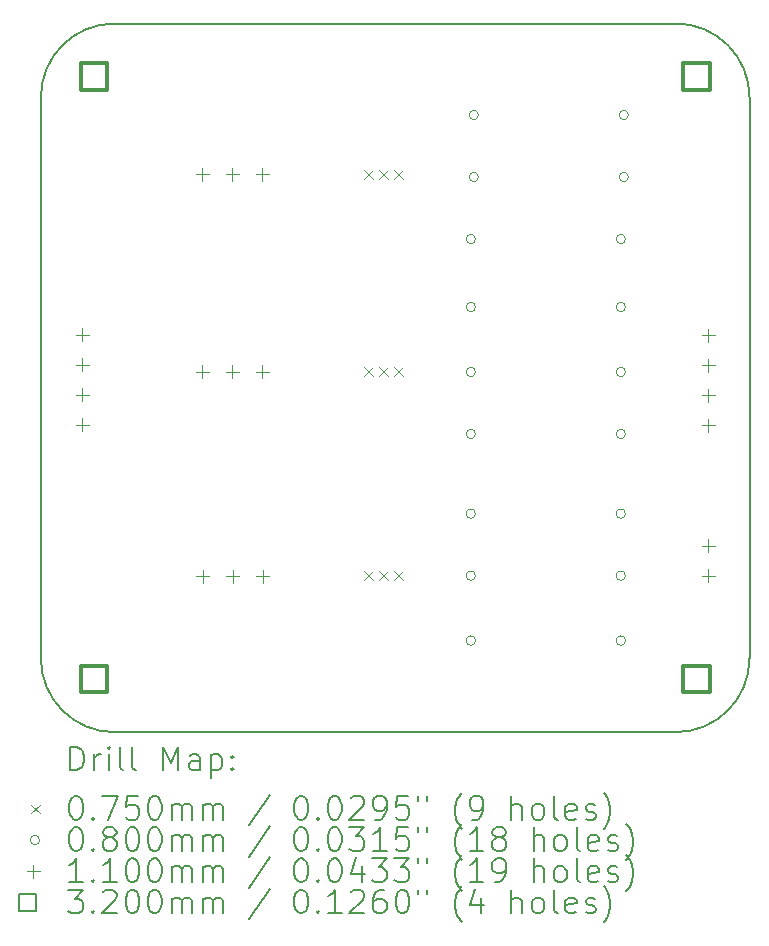
<source format=gbr>
%TF.GenerationSoftware,KiCad,Pcbnew,7.0.8*%
%TF.CreationDate,2023-11-11T13:48:34-05:00*%
%TF.ProjectId,StackLight,53746163-6b4c-4696-9768-742e6b696361,rev?*%
%TF.SameCoordinates,Original*%
%TF.FileFunction,Drillmap*%
%TF.FilePolarity,Positive*%
%FSLAX45Y45*%
G04 Gerber Fmt 4.5, Leading zero omitted, Abs format (unit mm)*
G04 Created by KiCad (PCBNEW 7.0.8) date 2023-11-11 13:48:34*
%MOMM*%
%LPD*%
G01*
G04 APERTURE LIST*
%ADD10C,0.200000*%
%ADD11C,0.075000*%
%ADD12C,0.080000*%
%ADD13C,0.110000*%
%ADD14C,0.320000*%
G04 APERTURE END LIST*
D10*
X15950000Y-12775000D02*
X11200000Y-12775000D01*
X16575000Y-7400000D02*
X16575000Y-12150000D01*
X11200000Y-6775000D02*
X15950000Y-6775000D01*
X10575000Y-12150000D02*
X10575000Y-7400000D01*
X10575000Y-12150000D02*
G75*
G03*
X11200000Y-12775000I625000J0D01*
G01*
X15950000Y-12775000D02*
G75*
G03*
X16575000Y-12150000I0J625000D01*
G01*
X16575000Y-7400000D02*
G75*
G03*
X15950000Y-6775000I-625000J0D01*
G01*
X11200000Y-6775000D02*
G75*
G03*
X10575000Y-7400000I0J-625000D01*
G01*
D11*
X13308500Y-8012500D02*
X13383500Y-8087500D01*
X13383500Y-8012500D02*
X13308500Y-8087500D01*
X13308500Y-9687500D02*
X13383500Y-9762500D01*
X13383500Y-9687500D02*
X13308500Y-9762500D01*
X13310500Y-11412500D02*
X13385500Y-11487500D01*
X13385500Y-11412500D02*
X13310500Y-11487500D01*
X13435500Y-8012500D02*
X13510500Y-8087500D01*
X13510500Y-8012500D02*
X13435500Y-8087500D01*
X13435500Y-9687500D02*
X13510500Y-9762500D01*
X13510500Y-9687500D02*
X13435500Y-9762500D01*
X13437500Y-11412500D02*
X13512500Y-11487500D01*
X13512500Y-11412500D02*
X13437500Y-11487500D01*
X13562500Y-8012500D02*
X13637500Y-8087500D01*
X13637500Y-8012500D02*
X13562500Y-8087500D01*
X13562500Y-9687500D02*
X13637500Y-9762500D01*
X13637500Y-9687500D02*
X13562500Y-9762500D01*
X13564500Y-11412500D02*
X13639500Y-11487500D01*
X13639500Y-11412500D02*
X13564500Y-11487500D01*
D12*
X14255000Y-8600000D02*
G75*
G03*
X14255000Y-8600000I-40000J0D01*
G01*
X14255000Y-9175000D02*
G75*
G03*
X14255000Y-9175000I-40000J0D01*
G01*
X14255000Y-9725000D02*
G75*
G03*
X14255000Y-9725000I-40000J0D01*
G01*
X14255000Y-10250000D02*
G75*
G03*
X14255000Y-10250000I-40000J0D01*
G01*
X14255000Y-10925000D02*
G75*
G03*
X14255000Y-10925000I-40000J0D01*
G01*
X14255000Y-11450000D02*
G75*
G03*
X14255000Y-11450000I-40000J0D01*
G01*
X14255000Y-12000000D02*
G75*
G03*
X14255000Y-12000000I-40000J0D01*
G01*
X14280000Y-7550000D02*
G75*
G03*
X14280000Y-7550000I-40000J0D01*
G01*
X14280000Y-8075000D02*
G75*
G03*
X14280000Y-8075000I-40000J0D01*
G01*
X15525000Y-8600000D02*
G75*
G03*
X15525000Y-8600000I-40000J0D01*
G01*
X15525000Y-9175000D02*
G75*
G03*
X15525000Y-9175000I-40000J0D01*
G01*
X15525000Y-9725000D02*
G75*
G03*
X15525000Y-9725000I-40000J0D01*
G01*
X15525000Y-10250000D02*
G75*
G03*
X15525000Y-10250000I-40000J0D01*
G01*
X15525000Y-10925000D02*
G75*
G03*
X15525000Y-10925000I-40000J0D01*
G01*
X15525000Y-11450000D02*
G75*
G03*
X15525000Y-11450000I-40000J0D01*
G01*
X15525000Y-12000000D02*
G75*
G03*
X15525000Y-12000000I-40000J0D01*
G01*
X15550000Y-7550000D02*
G75*
G03*
X15550000Y-7550000I-40000J0D01*
G01*
X15550000Y-8075000D02*
G75*
G03*
X15550000Y-8075000I-40000J0D01*
G01*
D13*
X10925000Y-9357000D02*
X10925000Y-9467000D01*
X10870000Y-9412000D02*
X10980000Y-9412000D01*
X10925000Y-9611000D02*
X10925000Y-9721000D01*
X10870000Y-9666000D02*
X10980000Y-9666000D01*
X10925000Y-9865000D02*
X10925000Y-9975000D01*
X10870000Y-9920000D02*
X10980000Y-9920000D01*
X10925000Y-10119000D02*
X10925000Y-10229000D01*
X10870000Y-10174000D02*
X10980000Y-10174000D01*
X11942000Y-7995000D02*
X11942000Y-8105000D01*
X11887000Y-8050000D02*
X11997000Y-8050000D01*
X11942000Y-9670000D02*
X11942000Y-9780000D01*
X11887000Y-9725000D02*
X11997000Y-9725000D01*
X11946000Y-11400500D02*
X11946000Y-11510500D01*
X11891000Y-11455500D02*
X12001000Y-11455500D01*
X12196000Y-7995000D02*
X12196000Y-8105000D01*
X12141000Y-8050000D02*
X12251000Y-8050000D01*
X12196000Y-9670000D02*
X12196000Y-9780000D01*
X12141000Y-9725000D02*
X12251000Y-9725000D01*
X12200000Y-11400500D02*
X12200000Y-11510500D01*
X12145000Y-11455500D02*
X12255000Y-11455500D01*
X12450000Y-7995000D02*
X12450000Y-8105000D01*
X12395000Y-8050000D02*
X12505000Y-8050000D01*
X12450000Y-9670000D02*
X12450000Y-9780000D01*
X12395000Y-9725000D02*
X12505000Y-9725000D01*
X12454000Y-11400500D02*
X12454000Y-11510500D01*
X12399000Y-11455500D02*
X12509000Y-11455500D01*
X16225000Y-9358000D02*
X16225000Y-9468000D01*
X16170000Y-9413000D02*
X16280000Y-9413000D01*
X16225000Y-9612000D02*
X16225000Y-9722000D01*
X16170000Y-9667000D02*
X16280000Y-9667000D01*
X16225000Y-9866000D02*
X16225000Y-9976000D01*
X16170000Y-9921000D02*
X16280000Y-9921000D01*
X16225000Y-10120000D02*
X16225000Y-10230000D01*
X16170000Y-10175000D02*
X16280000Y-10175000D01*
X16225000Y-11143000D02*
X16225000Y-11253000D01*
X16170000Y-11198000D02*
X16280000Y-11198000D01*
X16225000Y-11397000D02*
X16225000Y-11507000D01*
X16170000Y-11452000D02*
X16280000Y-11452000D01*
D14*
X11138138Y-7338138D02*
X11138138Y-7111862D01*
X10911862Y-7111862D01*
X10911862Y-7338138D01*
X11138138Y-7338138D01*
X11138138Y-12438138D02*
X11138138Y-12211862D01*
X10911862Y-12211862D01*
X10911862Y-12438138D01*
X11138138Y-12438138D01*
X16238138Y-7338138D02*
X16238138Y-7111862D01*
X16011862Y-7111862D01*
X16011862Y-7338138D01*
X16238138Y-7338138D01*
X16238138Y-12438138D02*
X16238138Y-12211862D01*
X16011862Y-12211862D01*
X16011862Y-12438138D01*
X16238138Y-12438138D01*
D10*
X10825777Y-13096484D02*
X10825777Y-12896484D01*
X10825777Y-12896484D02*
X10873396Y-12896484D01*
X10873396Y-12896484D02*
X10901967Y-12906008D01*
X10901967Y-12906008D02*
X10921015Y-12925055D01*
X10921015Y-12925055D02*
X10930539Y-12944103D01*
X10930539Y-12944103D02*
X10940063Y-12982198D01*
X10940063Y-12982198D02*
X10940063Y-13010769D01*
X10940063Y-13010769D02*
X10930539Y-13048865D01*
X10930539Y-13048865D02*
X10921015Y-13067912D01*
X10921015Y-13067912D02*
X10901967Y-13086960D01*
X10901967Y-13086960D02*
X10873396Y-13096484D01*
X10873396Y-13096484D02*
X10825777Y-13096484D01*
X11025777Y-13096484D02*
X11025777Y-12963150D01*
X11025777Y-13001246D02*
X11035301Y-12982198D01*
X11035301Y-12982198D02*
X11044824Y-12972674D01*
X11044824Y-12972674D02*
X11063872Y-12963150D01*
X11063872Y-12963150D02*
X11082920Y-12963150D01*
X11149586Y-13096484D02*
X11149586Y-12963150D01*
X11149586Y-12896484D02*
X11140063Y-12906008D01*
X11140063Y-12906008D02*
X11149586Y-12915531D01*
X11149586Y-12915531D02*
X11159110Y-12906008D01*
X11159110Y-12906008D02*
X11149586Y-12896484D01*
X11149586Y-12896484D02*
X11149586Y-12915531D01*
X11273396Y-13096484D02*
X11254348Y-13086960D01*
X11254348Y-13086960D02*
X11244824Y-13067912D01*
X11244824Y-13067912D02*
X11244824Y-12896484D01*
X11378158Y-13096484D02*
X11359110Y-13086960D01*
X11359110Y-13086960D02*
X11349586Y-13067912D01*
X11349586Y-13067912D02*
X11349586Y-12896484D01*
X11606729Y-13096484D02*
X11606729Y-12896484D01*
X11606729Y-12896484D02*
X11673396Y-13039341D01*
X11673396Y-13039341D02*
X11740062Y-12896484D01*
X11740062Y-12896484D02*
X11740062Y-13096484D01*
X11921015Y-13096484D02*
X11921015Y-12991722D01*
X11921015Y-12991722D02*
X11911491Y-12972674D01*
X11911491Y-12972674D02*
X11892443Y-12963150D01*
X11892443Y-12963150D02*
X11854348Y-12963150D01*
X11854348Y-12963150D02*
X11835301Y-12972674D01*
X11921015Y-13086960D02*
X11901967Y-13096484D01*
X11901967Y-13096484D02*
X11854348Y-13096484D01*
X11854348Y-13096484D02*
X11835301Y-13086960D01*
X11835301Y-13086960D02*
X11825777Y-13067912D01*
X11825777Y-13067912D02*
X11825777Y-13048865D01*
X11825777Y-13048865D02*
X11835301Y-13029817D01*
X11835301Y-13029817D02*
X11854348Y-13020293D01*
X11854348Y-13020293D02*
X11901967Y-13020293D01*
X11901967Y-13020293D02*
X11921015Y-13010769D01*
X12016253Y-12963150D02*
X12016253Y-13163150D01*
X12016253Y-12972674D02*
X12035301Y-12963150D01*
X12035301Y-12963150D02*
X12073396Y-12963150D01*
X12073396Y-12963150D02*
X12092443Y-12972674D01*
X12092443Y-12972674D02*
X12101967Y-12982198D01*
X12101967Y-12982198D02*
X12111491Y-13001246D01*
X12111491Y-13001246D02*
X12111491Y-13058388D01*
X12111491Y-13058388D02*
X12101967Y-13077436D01*
X12101967Y-13077436D02*
X12092443Y-13086960D01*
X12092443Y-13086960D02*
X12073396Y-13096484D01*
X12073396Y-13096484D02*
X12035301Y-13096484D01*
X12035301Y-13096484D02*
X12016253Y-13086960D01*
X12197205Y-13077436D02*
X12206729Y-13086960D01*
X12206729Y-13086960D02*
X12197205Y-13096484D01*
X12197205Y-13096484D02*
X12187682Y-13086960D01*
X12187682Y-13086960D02*
X12197205Y-13077436D01*
X12197205Y-13077436D02*
X12197205Y-13096484D01*
X12197205Y-12972674D02*
X12206729Y-12982198D01*
X12206729Y-12982198D02*
X12197205Y-12991722D01*
X12197205Y-12991722D02*
X12187682Y-12982198D01*
X12187682Y-12982198D02*
X12197205Y-12972674D01*
X12197205Y-12972674D02*
X12197205Y-12991722D01*
D11*
X10490000Y-13387500D02*
X10565000Y-13462500D01*
X10565000Y-13387500D02*
X10490000Y-13462500D01*
D10*
X10863872Y-13316484D02*
X10882920Y-13316484D01*
X10882920Y-13316484D02*
X10901967Y-13326008D01*
X10901967Y-13326008D02*
X10911491Y-13335531D01*
X10911491Y-13335531D02*
X10921015Y-13354579D01*
X10921015Y-13354579D02*
X10930539Y-13392674D01*
X10930539Y-13392674D02*
X10930539Y-13440293D01*
X10930539Y-13440293D02*
X10921015Y-13478388D01*
X10921015Y-13478388D02*
X10911491Y-13497436D01*
X10911491Y-13497436D02*
X10901967Y-13506960D01*
X10901967Y-13506960D02*
X10882920Y-13516484D01*
X10882920Y-13516484D02*
X10863872Y-13516484D01*
X10863872Y-13516484D02*
X10844824Y-13506960D01*
X10844824Y-13506960D02*
X10835301Y-13497436D01*
X10835301Y-13497436D02*
X10825777Y-13478388D01*
X10825777Y-13478388D02*
X10816253Y-13440293D01*
X10816253Y-13440293D02*
X10816253Y-13392674D01*
X10816253Y-13392674D02*
X10825777Y-13354579D01*
X10825777Y-13354579D02*
X10835301Y-13335531D01*
X10835301Y-13335531D02*
X10844824Y-13326008D01*
X10844824Y-13326008D02*
X10863872Y-13316484D01*
X11016253Y-13497436D02*
X11025777Y-13506960D01*
X11025777Y-13506960D02*
X11016253Y-13516484D01*
X11016253Y-13516484D02*
X11006729Y-13506960D01*
X11006729Y-13506960D02*
X11016253Y-13497436D01*
X11016253Y-13497436D02*
X11016253Y-13516484D01*
X11092444Y-13316484D02*
X11225777Y-13316484D01*
X11225777Y-13316484D02*
X11140063Y-13516484D01*
X11397205Y-13316484D02*
X11301967Y-13316484D01*
X11301967Y-13316484D02*
X11292443Y-13411722D01*
X11292443Y-13411722D02*
X11301967Y-13402198D01*
X11301967Y-13402198D02*
X11321015Y-13392674D01*
X11321015Y-13392674D02*
X11368634Y-13392674D01*
X11368634Y-13392674D02*
X11387682Y-13402198D01*
X11387682Y-13402198D02*
X11397205Y-13411722D01*
X11397205Y-13411722D02*
X11406729Y-13430769D01*
X11406729Y-13430769D02*
X11406729Y-13478388D01*
X11406729Y-13478388D02*
X11397205Y-13497436D01*
X11397205Y-13497436D02*
X11387682Y-13506960D01*
X11387682Y-13506960D02*
X11368634Y-13516484D01*
X11368634Y-13516484D02*
X11321015Y-13516484D01*
X11321015Y-13516484D02*
X11301967Y-13506960D01*
X11301967Y-13506960D02*
X11292443Y-13497436D01*
X11530539Y-13316484D02*
X11549586Y-13316484D01*
X11549586Y-13316484D02*
X11568634Y-13326008D01*
X11568634Y-13326008D02*
X11578158Y-13335531D01*
X11578158Y-13335531D02*
X11587682Y-13354579D01*
X11587682Y-13354579D02*
X11597205Y-13392674D01*
X11597205Y-13392674D02*
X11597205Y-13440293D01*
X11597205Y-13440293D02*
X11587682Y-13478388D01*
X11587682Y-13478388D02*
X11578158Y-13497436D01*
X11578158Y-13497436D02*
X11568634Y-13506960D01*
X11568634Y-13506960D02*
X11549586Y-13516484D01*
X11549586Y-13516484D02*
X11530539Y-13516484D01*
X11530539Y-13516484D02*
X11511491Y-13506960D01*
X11511491Y-13506960D02*
X11501967Y-13497436D01*
X11501967Y-13497436D02*
X11492443Y-13478388D01*
X11492443Y-13478388D02*
X11482920Y-13440293D01*
X11482920Y-13440293D02*
X11482920Y-13392674D01*
X11482920Y-13392674D02*
X11492443Y-13354579D01*
X11492443Y-13354579D02*
X11501967Y-13335531D01*
X11501967Y-13335531D02*
X11511491Y-13326008D01*
X11511491Y-13326008D02*
X11530539Y-13316484D01*
X11682920Y-13516484D02*
X11682920Y-13383150D01*
X11682920Y-13402198D02*
X11692443Y-13392674D01*
X11692443Y-13392674D02*
X11711491Y-13383150D01*
X11711491Y-13383150D02*
X11740063Y-13383150D01*
X11740063Y-13383150D02*
X11759110Y-13392674D01*
X11759110Y-13392674D02*
X11768634Y-13411722D01*
X11768634Y-13411722D02*
X11768634Y-13516484D01*
X11768634Y-13411722D02*
X11778158Y-13392674D01*
X11778158Y-13392674D02*
X11797205Y-13383150D01*
X11797205Y-13383150D02*
X11825777Y-13383150D01*
X11825777Y-13383150D02*
X11844824Y-13392674D01*
X11844824Y-13392674D02*
X11854348Y-13411722D01*
X11854348Y-13411722D02*
X11854348Y-13516484D01*
X11949586Y-13516484D02*
X11949586Y-13383150D01*
X11949586Y-13402198D02*
X11959110Y-13392674D01*
X11959110Y-13392674D02*
X11978158Y-13383150D01*
X11978158Y-13383150D02*
X12006729Y-13383150D01*
X12006729Y-13383150D02*
X12025777Y-13392674D01*
X12025777Y-13392674D02*
X12035301Y-13411722D01*
X12035301Y-13411722D02*
X12035301Y-13516484D01*
X12035301Y-13411722D02*
X12044824Y-13392674D01*
X12044824Y-13392674D02*
X12063872Y-13383150D01*
X12063872Y-13383150D02*
X12092443Y-13383150D01*
X12092443Y-13383150D02*
X12111491Y-13392674D01*
X12111491Y-13392674D02*
X12121015Y-13411722D01*
X12121015Y-13411722D02*
X12121015Y-13516484D01*
X12511491Y-13306960D02*
X12340063Y-13564103D01*
X12768634Y-13316484D02*
X12787682Y-13316484D01*
X12787682Y-13316484D02*
X12806729Y-13326008D01*
X12806729Y-13326008D02*
X12816253Y-13335531D01*
X12816253Y-13335531D02*
X12825777Y-13354579D01*
X12825777Y-13354579D02*
X12835301Y-13392674D01*
X12835301Y-13392674D02*
X12835301Y-13440293D01*
X12835301Y-13440293D02*
X12825777Y-13478388D01*
X12825777Y-13478388D02*
X12816253Y-13497436D01*
X12816253Y-13497436D02*
X12806729Y-13506960D01*
X12806729Y-13506960D02*
X12787682Y-13516484D01*
X12787682Y-13516484D02*
X12768634Y-13516484D01*
X12768634Y-13516484D02*
X12749586Y-13506960D01*
X12749586Y-13506960D02*
X12740063Y-13497436D01*
X12740063Y-13497436D02*
X12730539Y-13478388D01*
X12730539Y-13478388D02*
X12721015Y-13440293D01*
X12721015Y-13440293D02*
X12721015Y-13392674D01*
X12721015Y-13392674D02*
X12730539Y-13354579D01*
X12730539Y-13354579D02*
X12740063Y-13335531D01*
X12740063Y-13335531D02*
X12749586Y-13326008D01*
X12749586Y-13326008D02*
X12768634Y-13316484D01*
X12921015Y-13497436D02*
X12930539Y-13506960D01*
X12930539Y-13506960D02*
X12921015Y-13516484D01*
X12921015Y-13516484D02*
X12911491Y-13506960D01*
X12911491Y-13506960D02*
X12921015Y-13497436D01*
X12921015Y-13497436D02*
X12921015Y-13516484D01*
X13054348Y-13316484D02*
X13073396Y-13316484D01*
X13073396Y-13316484D02*
X13092444Y-13326008D01*
X13092444Y-13326008D02*
X13101967Y-13335531D01*
X13101967Y-13335531D02*
X13111491Y-13354579D01*
X13111491Y-13354579D02*
X13121015Y-13392674D01*
X13121015Y-13392674D02*
X13121015Y-13440293D01*
X13121015Y-13440293D02*
X13111491Y-13478388D01*
X13111491Y-13478388D02*
X13101967Y-13497436D01*
X13101967Y-13497436D02*
X13092444Y-13506960D01*
X13092444Y-13506960D02*
X13073396Y-13516484D01*
X13073396Y-13516484D02*
X13054348Y-13516484D01*
X13054348Y-13516484D02*
X13035301Y-13506960D01*
X13035301Y-13506960D02*
X13025777Y-13497436D01*
X13025777Y-13497436D02*
X13016253Y-13478388D01*
X13016253Y-13478388D02*
X13006729Y-13440293D01*
X13006729Y-13440293D02*
X13006729Y-13392674D01*
X13006729Y-13392674D02*
X13016253Y-13354579D01*
X13016253Y-13354579D02*
X13025777Y-13335531D01*
X13025777Y-13335531D02*
X13035301Y-13326008D01*
X13035301Y-13326008D02*
X13054348Y-13316484D01*
X13197206Y-13335531D02*
X13206729Y-13326008D01*
X13206729Y-13326008D02*
X13225777Y-13316484D01*
X13225777Y-13316484D02*
X13273396Y-13316484D01*
X13273396Y-13316484D02*
X13292444Y-13326008D01*
X13292444Y-13326008D02*
X13301967Y-13335531D01*
X13301967Y-13335531D02*
X13311491Y-13354579D01*
X13311491Y-13354579D02*
X13311491Y-13373627D01*
X13311491Y-13373627D02*
X13301967Y-13402198D01*
X13301967Y-13402198D02*
X13187682Y-13516484D01*
X13187682Y-13516484D02*
X13311491Y-13516484D01*
X13406729Y-13516484D02*
X13444825Y-13516484D01*
X13444825Y-13516484D02*
X13463872Y-13506960D01*
X13463872Y-13506960D02*
X13473396Y-13497436D01*
X13473396Y-13497436D02*
X13492444Y-13468865D01*
X13492444Y-13468865D02*
X13501967Y-13430769D01*
X13501967Y-13430769D02*
X13501967Y-13354579D01*
X13501967Y-13354579D02*
X13492444Y-13335531D01*
X13492444Y-13335531D02*
X13482920Y-13326008D01*
X13482920Y-13326008D02*
X13463872Y-13316484D01*
X13463872Y-13316484D02*
X13425777Y-13316484D01*
X13425777Y-13316484D02*
X13406729Y-13326008D01*
X13406729Y-13326008D02*
X13397206Y-13335531D01*
X13397206Y-13335531D02*
X13387682Y-13354579D01*
X13387682Y-13354579D02*
X13387682Y-13402198D01*
X13387682Y-13402198D02*
X13397206Y-13421246D01*
X13397206Y-13421246D02*
X13406729Y-13430769D01*
X13406729Y-13430769D02*
X13425777Y-13440293D01*
X13425777Y-13440293D02*
X13463872Y-13440293D01*
X13463872Y-13440293D02*
X13482920Y-13430769D01*
X13482920Y-13430769D02*
X13492444Y-13421246D01*
X13492444Y-13421246D02*
X13501967Y-13402198D01*
X13682920Y-13316484D02*
X13587682Y-13316484D01*
X13587682Y-13316484D02*
X13578158Y-13411722D01*
X13578158Y-13411722D02*
X13587682Y-13402198D01*
X13587682Y-13402198D02*
X13606729Y-13392674D01*
X13606729Y-13392674D02*
X13654348Y-13392674D01*
X13654348Y-13392674D02*
X13673396Y-13402198D01*
X13673396Y-13402198D02*
X13682920Y-13411722D01*
X13682920Y-13411722D02*
X13692444Y-13430769D01*
X13692444Y-13430769D02*
X13692444Y-13478388D01*
X13692444Y-13478388D02*
X13682920Y-13497436D01*
X13682920Y-13497436D02*
X13673396Y-13506960D01*
X13673396Y-13506960D02*
X13654348Y-13516484D01*
X13654348Y-13516484D02*
X13606729Y-13516484D01*
X13606729Y-13516484D02*
X13587682Y-13506960D01*
X13587682Y-13506960D02*
X13578158Y-13497436D01*
X13768634Y-13316484D02*
X13768634Y-13354579D01*
X13844825Y-13316484D02*
X13844825Y-13354579D01*
X14140063Y-13592674D02*
X14130539Y-13583150D01*
X14130539Y-13583150D02*
X14111491Y-13554579D01*
X14111491Y-13554579D02*
X14101968Y-13535531D01*
X14101968Y-13535531D02*
X14092444Y-13506960D01*
X14092444Y-13506960D02*
X14082920Y-13459341D01*
X14082920Y-13459341D02*
X14082920Y-13421246D01*
X14082920Y-13421246D02*
X14092444Y-13373627D01*
X14092444Y-13373627D02*
X14101968Y-13345055D01*
X14101968Y-13345055D02*
X14111491Y-13326008D01*
X14111491Y-13326008D02*
X14130539Y-13297436D01*
X14130539Y-13297436D02*
X14140063Y-13287912D01*
X14225777Y-13516484D02*
X14263872Y-13516484D01*
X14263872Y-13516484D02*
X14282920Y-13506960D01*
X14282920Y-13506960D02*
X14292444Y-13497436D01*
X14292444Y-13497436D02*
X14311491Y-13468865D01*
X14311491Y-13468865D02*
X14321015Y-13430769D01*
X14321015Y-13430769D02*
X14321015Y-13354579D01*
X14321015Y-13354579D02*
X14311491Y-13335531D01*
X14311491Y-13335531D02*
X14301968Y-13326008D01*
X14301968Y-13326008D02*
X14282920Y-13316484D01*
X14282920Y-13316484D02*
X14244825Y-13316484D01*
X14244825Y-13316484D02*
X14225777Y-13326008D01*
X14225777Y-13326008D02*
X14216253Y-13335531D01*
X14216253Y-13335531D02*
X14206729Y-13354579D01*
X14206729Y-13354579D02*
X14206729Y-13402198D01*
X14206729Y-13402198D02*
X14216253Y-13421246D01*
X14216253Y-13421246D02*
X14225777Y-13430769D01*
X14225777Y-13430769D02*
X14244825Y-13440293D01*
X14244825Y-13440293D02*
X14282920Y-13440293D01*
X14282920Y-13440293D02*
X14301968Y-13430769D01*
X14301968Y-13430769D02*
X14311491Y-13421246D01*
X14311491Y-13421246D02*
X14321015Y-13402198D01*
X14559110Y-13516484D02*
X14559110Y-13316484D01*
X14644825Y-13516484D02*
X14644825Y-13411722D01*
X14644825Y-13411722D02*
X14635301Y-13392674D01*
X14635301Y-13392674D02*
X14616253Y-13383150D01*
X14616253Y-13383150D02*
X14587682Y-13383150D01*
X14587682Y-13383150D02*
X14568634Y-13392674D01*
X14568634Y-13392674D02*
X14559110Y-13402198D01*
X14768634Y-13516484D02*
X14749587Y-13506960D01*
X14749587Y-13506960D02*
X14740063Y-13497436D01*
X14740063Y-13497436D02*
X14730539Y-13478388D01*
X14730539Y-13478388D02*
X14730539Y-13421246D01*
X14730539Y-13421246D02*
X14740063Y-13402198D01*
X14740063Y-13402198D02*
X14749587Y-13392674D01*
X14749587Y-13392674D02*
X14768634Y-13383150D01*
X14768634Y-13383150D02*
X14797206Y-13383150D01*
X14797206Y-13383150D02*
X14816253Y-13392674D01*
X14816253Y-13392674D02*
X14825777Y-13402198D01*
X14825777Y-13402198D02*
X14835301Y-13421246D01*
X14835301Y-13421246D02*
X14835301Y-13478388D01*
X14835301Y-13478388D02*
X14825777Y-13497436D01*
X14825777Y-13497436D02*
X14816253Y-13506960D01*
X14816253Y-13506960D02*
X14797206Y-13516484D01*
X14797206Y-13516484D02*
X14768634Y-13516484D01*
X14949587Y-13516484D02*
X14930539Y-13506960D01*
X14930539Y-13506960D02*
X14921015Y-13487912D01*
X14921015Y-13487912D02*
X14921015Y-13316484D01*
X15101968Y-13506960D02*
X15082920Y-13516484D01*
X15082920Y-13516484D02*
X15044825Y-13516484D01*
X15044825Y-13516484D02*
X15025777Y-13506960D01*
X15025777Y-13506960D02*
X15016253Y-13487912D01*
X15016253Y-13487912D02*
X15016253Y-13411722D01*
X15016253Y-13411722D02*
X15025777Y-13392674D01*
X15025777Y-13392674D02*
X15044825Y-13383150D01*
X15044825Y-13383150D02*
X15082920Y-13383150D01*
X15082920Y-13383150D02*
X15101968Y-13392674D01*
X15101968Y-13392674D02*
X15111491Y-13411722D01*
X15111491Y-13411722D02*
X15111491Y-13430769D01*
X15111491Y-13430769D02*
X15016253Y-13449817D01*
X15187682Y-13506960D02*
X15206730Y-13516484D01*
X15206730Y-13516484D02*
X15244825Y-13516484D01*
X15244825Y-13516484D02*
X15263872Y-13506960D01*
X15263872Y-13506960D02*
X15273396Y-13487912D01*
X15273396Y-13487912D02*
X15273396Y-13478388D01*
X15273396Y-13478388D02*
X15263872Y-13459341D01*
X15263872Y-13459341D02*
X15244825Y-13449817D01*
X15244825Y-13449817D02*
X15216253Y-13449817D01*
X15216253Y-13449817D02*
X15197206Y-13440293D01*
X15197206Y-13440293D02*
X15187682Y-13421246D01*
X15187682Y-13421246D02*
X15187682Y-13411722D01*
X15187682Y-13411722D02*
X15197206Y-13392674D01*
X15197206Y-13392674D02*
X15216253Y-13383150D01*
X15216253Y-13383150D02*
X15244825Y-13383150D01*
X15244825Y-13383150D02*
X15263872Y-13392674D01*
X15340063Y-13592674D02*
X15349587Y-13583150D01*
X15349587Y-13583150D02*
X15368634Y-13554579D01*
X15368634Y-13554579D02*
X15378158Y-13535531D01*
X15378158Y-13535531D02*
X15387682Y-13506960D01*
X15387682Y-13506960D02*
X15397206Y-13459341D01*
X15397206Y-13459341D02*
X15397206Y-13421246D01*
X15397206Y-13421246D02*
X15387682Y-13373627D01*
X15387682Y-13373627D02*
X15378158Y-13345055D01*
X15378158Y-13345055D02*
X15368634Y-13326008D01*
X15368634Y-13326008D02*
X15349587Y-13297436D01*
X15349587Y-13297436D02*
X15340063Y-13287912D01*
D12*
X10565000Y-13689000D02*
G75*
G03*
X10565000Y-13689000I-40000J0D01*
G01*
D10*
X10863872Y-13580484D02*
X10882920Y-13580484D01*
X10882920Y-13580484D02*
X10901967Y-13590008D01*
X10901967Y-13590008D02*
X10911491Y-13599531D01*
X10911491Y-13599531D02*
X10921015Y-13618579D01*
X10921015Y-13618579D02*
X10930539Y-13656674D01*
X10930539Y-13656674D02*
X10930539Y-13704293D01*
X10930539Y-13704293D02*
X10921015Y-13742388D01*
X10921015Y-13742388D02*
X10911491Y-13761436D01*
X10911491Y-13761436D02*
X10901967Y-13770960D01*
X10901967Y-13770960D02*
X10882920Y-13780484D01*
X10882920Y-13780484D02*
X10863872Y-13780484D01*
X10863872Y-13780484D02*
X10844824Y-13770960D01*
X10844824Y-13770960D02*
X10835301Y-13761436D01*
X10835301Y-13761436D02*
X10825777Y-13742388D01*
X10825777Y-13742388D02*
X10816253Y-13704293D01*
X10816253Y-13704293D02*
X10816253Y-13656674D01*
X10816253Y-13656674D02*
X10825777Y-13618579D01*
X10825777Y-13618579D02*
X10835301Y-13599531D01*
X10835301Y-13599531D02*
X10844824Y-13590008D01*
X10844824Y-13590008D02*
X10863872Y-13580484D01*
X11016253Y-13761436D02*
X11025777Y-13770960D01*
X11025777Y-13770960D02*
X11016253Y-13780484D01*
X11016253Y-13780484D02*
X11006729Y-13770960D01*
X11006729Y-13770960D02*
X11016253Y-13761436D01*
X11016253Y-13761436D02*
X11016253Y-13780484D01*
X11140063Y-13666198D02*
X11121015Y-13656674D01*
X11121015Y-13656674D02*
X11111491Y-13647150D01*
X11111491Y-13647150D02*
X11101967Y-13628103D01*
X11101967Y-13628103D02*
X11101967Y-13618579D01*
X11101967Y-13618579D02*
X11111491Y-13599531D01*
X11111491Y-13599531D02*
X11121015Y-13590008D01*
X11121015Y-13590008D02*
X11140063Y-13580484D01*
X11140063Y-13580484D02*
X11178158Y-13580484D01*
X11178158Y-13580484D02*
X11197205Y-13590008D01*
X11197205Y-13590008D02*
X11206729Y-13599531D01*
X11206729Y-13599531D02*
X11216253Y-13618579D01*
X11216253Y-13618579D02*
X11216253Y-13628103D01*
X11216253Y-13628103D02*
X11206729Y-13647150D01*
X11206729Y-13647150D02*
X11197205Y-13656674D01*
X11197205Y-13656674D02*
X11178158Y-13666198D01*
X11178158Y-13666198D02*
X11140063Y-13666198D01*
X11140063Y-13666198D02*
X11121015Y-13675722D01*
X11121015Y-13675722D02*
X11111491Y-13685246D01*
X11111491Y-13685246D02*
X11101967Y-13704293D01*
X11101967Y-13704293D02*
X11101967Y-13742388D01*
X11101967Y-13742388D02*
X11111491Y-13761436D01*
X11111491Y-13761436D02*
X11121015Y-13770960D01*
X11121015Y-13770960D02*
X11140063Y-13780484D01*
X11140063Y-13780484D02*
X11178158Y-13780484D01*
X11178158Y-13780484D02*
X11197205Y-13770960D01*
X11197205Y-13770960D02*
X11206729Y-13761436D01*
X11206729Y-13761436D02*
X11216253Y-13742388D01*
X11216253Y-13742388D02*
X11216253Y-13704293D01*
X11216253Y-13704293D02*
X11206729Y-13685246D01*
X11206729Y-13685246D02*
X11197205Y-13675722D01*
X11197205Y-13675722D02*
X11178158Y-13666198D01*
X11340062Y-13580484D02*
X11359110Y-13580484D01*
X11359110Y-13580484D02*
X11378158Y-13590008D01*
X11378158Y-13590008D02*
X11387682Y-13599531D01*
X11387682Y-13599531D02*
X11397205Y-13618579D01*
X11397205Y-13618579D02*
X11406729Y-13656674D01*
X11406729Y-13656674D02*
X11406729Y-13704293D01*
X11406729Y-13704293D02*
X11397205Y-13742388D01*
X11397205Y-13742388D02*
X11387682Y-13761436D01*
X11387682Y-13761436D02*
X11378158Y-13770960D01*
X11378158Y-13770960D02*
X11359110Y-13780484D01*
X11359110Y-13780484D02*
X11340062Y-13780484D01*
X11340062Y-13780484D02*
X11321015Y-13770960D01*
X11321015Y-13770960D02*
X11311491Y-13761436D01*
X11311491Y-13761436D02*
X11301967Y-13742388D01*
X11301967Y-13742388D02*
X11292443Y-13704293D01*
X11292443Y-13704293D02*
X11292443Y-13656674D01*
X11292443Y-13656674D02*
X11301967Y-13618579D01*
X11301967Y-13618579D02*
X11311491Y-13599531D01*
X11311491Y-13599531D02*
X11321015Y-13590008D01*
X11321015Y-13590008D02*
X11340062Y-13580484D01*
X11530539Y-13580484D02*
X11549586Y-13580484D01*
X11549586Y-13580484D02*
X11568634Y-13590008D01*
X11568634Y-13590008D02*
X11578158Y-13599531D01*
X11578158Y-13599531D02*
X11587682Y-13618579D01*
X11587682Y-13618579D02*
X11597205Y-13656674D01*
X11597205Y-13656674D02*
X11597205Y-13704293D01*
X11597205Y-13704293D02*
X11587682Y-13742388D01*
X11587682Y-13742388D02*
X11578158Y-13761436D01*
X11578158Y-13761436D02*
X11568634Y-13770960D01*
X11568634Y-13770960D02*
X11549586Y-13780484D01*
X11549586Y-13780484D02*
X11530539Y-13780484D01*
X11530539Y-13780484D02*
X11511491Y-13770960D01*
X11511491Y-13770960D02*
X11501967Y-13761436D01*
X11501967Y-13761436D02*
X11492443Y-13742388D01*
X11492443Y-13742388D02*
X11482920Y-13704293D01*
X11482920Y-13704293D02*
X11482920Y-13656674D01*
X11482920Y-13656674D02*
X11492443Y-13618579D01*
X11492443Y-13618579D02*
X11501967Y-13599531D01*
X11501967Y-13599531D02*
X11511491Y-13590008D01*
X11511491Y-13590008D02*
X11530539Y-13580484D01*
X11682920Y-13780484D02*
X11682920Y-13647150D01*
X11682920Y-13666198D02*
X11692443Y-13656674D01*
X11692443Y-13656674D02*
X11711491Y-13647150D01*
X11711491Y-13647150D02*
X11740063Y-13647150D01*
X11740063Y-13647150D02*
X11759110Y-13656674D01*
X11759110Y-13656674D02*
X11768634Y-13675722D01*
X11768634Y-13675722D02*
X11768634Y-13780484D01*
X11768634Y-13675722D02*
X11778158Y-13656674D01*
X11778158Y-13656674D02*
X11797205Y-13647150D01*
X11797205Y-13647150D02*
X11825777Y-13647150D01*
X11825777Y-13647150D02*
X11844824Y-13656674D01*
X11844824Y-13656674D02*
X11854348Y-13675722D01*
X11854348Y-13675722D02*
X11854348Y-13780484D01*
X11949586Y-13780484D02*
X11949586Y-13647150D01*
X11949586Y-13666198D02*
X11959110Y-13656674D01*
X11959110Y-13656674D02*
X11978158Y-13647150D01*
X11978158Y-13647150D02*
X12006729Y-13647150D01*
X12006729Y-13647150D02*
X12025777Y-13656674D01*
X12025777Y-13656674D02*
X12035301Y-13675722D01*
X12035301Y-13675722D02*
X12035301Y-13780484D01*
X12035301Y-13675722D02*
X12044824Y-13656674D01*
X12044824Y-13656674D02*
X12063872Y-13647150D01*
X12063872Y-13647150D02*
X12092443Y-13647150D01*
X12092443Y-13647150D02*
X12111491Y-13656674D01*
X12111491Y-13656674D02*
X12121015Y-13675722D01*
X12121015Y-13675722D02*
X12121015Y-13780484D01*
X12511491Y-13570960D02*
X12340063Y-13828103D01*
X12768634Y-13580484D02*
X12787682Y-13580484D01*
X12787682Y-13580484D02*
X12806729Y-13590008D01*
X12806729Y-13590008D02*
X12816253Y-13599531D01*
X12816253Y-13599531D02*
X12825777Y-13618579D01*
X12825777Y-13618579D02*
X12835301Y-13656674D01*
X12835301Y-13656674D02*
X12835301Y-13704293D01*
X12835301Y-13704293D02*
X12825777Y-13742388D01*
X12825777Y-13742388D02*
X12816253Y-13761436D01*
X12816253Y-13761436D02*
X12806729Y-13770960D01*
X12806729Y-13770960D02*
X12787682Y-13780484D01*
X12787682Y-13780484D02*
X12768634Y-13780484D01*
X12768634Y-13780484D02*
X12749586Y-13770960D01*
X12749586Y-13770960D02*
X12740063Y-13761436D01*
X12740063Y-13761436D02*
X12730539Y-13742388D01*
X12730539Y-13742388D02*
X12721015Y-13704293D01*
X12721015Y-13704293D02*
X12721015Y-13656674D01*
X12721015Y-13656674D02*
X12730539Y-13618579D01*
X12730539Y-13618579D02*
X12740063Y-13599531D01*
X12740063Y-13599531D02*
X12749586Y-13590008D01*
X12749586Y-13590008D02*
X12768634Y-13580484D01*
X12921015Y-13761436D02*
X12930539Y-13770960D01*
X12930539Y-13770960D02*
X12921015Y-13780484D01*
X12921015Y-13780484D02*
X12911491Y-13770960D01*
X12911491Y-13770960D02*
X12921015Y-13761436D01*
X12921015Y-13761436D02*
X12921015Y-13780484D01*
X13054348Y-13580484D02*
X13073396Y-13580484D01*
X13073396Y-13580484D02*
X13092444Y-13590008D01*
X13092444Y-13590008D02*
X13101967Y-13599531D01*
X13101967Y-13599531D02*
X13111491Y-13618579D01*
X13111491Y-13618579D02*
X13121015Y-13656674D01*
X13121015Y-13656674D02*
X13121015Y-13704293D01*
X13121015Y-13704293D02*
X13111491Y-13742388D01*
X13111491Y-13742388D02*
X13101967Y-13761436D01*
X13101967Y-13761436D02*
X13092444Y-13770960D01*
X13092444Y-13770960D02*
X13073396Y-13780484D01*
X13073396Y-13780484D02*
X13054348Y-13780484D01*
X13054348Y-13780484D02*
X13035301Y-13770960D01*
X13035301Y-13770960D02*
X13025777Y-13761436D01*
X13025777Y-13761436D02*
X13016253Y-13742388D01*
X13016253Y-13742388D02*
X13006729Y-13704293D01*
X13006729Y-13704293D02*
X13006729Y-13656674D01*
X13006729Y-13656674D02*
X13016253Y-13618579D01*
X13016253Y-13618579D02*
X13025777Y-13599531D01*
X13025777Y-13599531D02*
X13035301Y-13590008D01*
X13035301Y-13590008D02*
X13054348Y-13580484D01*
X13187682Y-13580484D02*
X13311491Y-13580484D01*
X13311491Y-13580484D02*
X13244825Y-13656674D01*
X13244825Y-13656674D02*
X13273396Y-13656674D01*
X13273396Y-13656674D02*
X13292444Y-13666198D01*
X13292444Y-13666198D02*
X13301967Y-13675722D01*
X13301967Y-13675722D02*
X13311491Y-13694769D01*
X13311491Y-13694769D02*
X13311491Y-13742388D01*
X13311491Y-13742388D02*
X13301967Y-13761436D01*
X13301967Y-13761436D02*
X13292444Y-13770960D01*
X13292444Y-13770960D02*
X13273396Y-13780484D01*
X13273396Y-13780484D02*
X13216253Y-13780484D01*
X13216253Y-13780484D02*
X13197206Y-13770960D01*
X13197206Y-13770960D02*
X13187682Y-13761436D01*
X13501967Y-13780484D02*
X13387682Y-13780484D01*
X13444825Y-13780484D02*
X13444825Y-13580484D01*
X13444825Y-13580484D02*
X13425777Y-13609055D01*
X13425777Y-13609055D02*
X13406729Y-13628103D01*
X13406729Y-13628103D02*
X13387682Y-13637627D01*
X13682920Y-13580484D02*
X13587682Y-13580484D01*
X13587682Y-13580484D02*
X13578158Y-13675722D01*
X13578158Y-13675722D02*
X13587682Y-13666198D01*
X13587682Y-13666198D02*
X13606729Y-13656674D01*
X13606729Y-13656674D02*
X13654348Y-13656674D01*
X13654348Y-13656674D02*
X13673396Y-13666198D01*
X13673396Y-13666198D02*
X13682920Y-13675722D01*
X13682920Y-13675722D02*
X13692444Y-13694769D01*
X13692444Y-13694769D02*
X13692444Y-13742388D01*
X13692444Y-13742388D02*
X13682920Y-13761436D01*
X13682920Y-13761436D02*
X13673396Y-13770960D01*
X13673396Y-13770960D02*
X13654348Y-13780484D01*
X13654348Y-13780484D02*
X13606729Y-13780484D01*
X13606729Y-13780484D02*
X13587682Y-13770960D01*
X13587682Y-13770960D02*
X13578158Y-13761436D01*
X13768634Y-13580484D02*
X13768634Y-13618579D01*
X13844825Y-13580484D02*
X13844825Y-13618579D01*
X14140063Y-13856674D02*
X14130539Y-13847150D01*
X14130539Y-13847150D02*
X14111491Y-13818579D01*
X14111491Y-13818579D02*
X14101968Y-13799531D01*
X14101968Y-13799531D02*
X14092444Y-13770960D01*
X14092444Y-13770960D02*
X14082920Y-13723341D01*
X14082920Y-13723341D02*
X14082920Y-13685246D01*
X14082920Y-13685246D02*
X14092444Y-13637627D01*
X14092444Y-13637627D02*
X14101968Y-13609055D01*
X14101968Y-13609055D02*
X14111491Y-13590008D01*
X14111491Y-13590008D02*
X14130539Y-13561436D01*
X14130539Y-13561436D02*
X14140063Y-13551912D01*
X14321015Y-13780484D02*
X14206729Y-13780484D01*
X14263872Y-13780484D02*
X14263872Y-13580484D01*
X14263872Y-13580484D02*
X14244825Y-13609055D01*
X14244825Y-13609055D02*
X14225777Y-13628103D01*
X14225777Y-13628103D02*
X14206729Y-13637627D01*
X14435301Y-13666198D02*
X14416253Y-13656674D01*
X14416253Y-13656674D02*
X14406729Y-13647150D01*
X14406729Y-13647150D02*
X14397206Y-13628103D01*
X14397206Y-13628103D02*
X14397206Y-13618579D01*
X14397206Y-13618579D02*
X14406729Y-13599531D01*
X14406729Y-13599531D02*
X14416253Y-13590008D01*
X14416253Y-13590008D02*
X14435301Y-13580484D01*
X14435301Y-13580484D02*
X14473396Y-13580484D01*
X14473396Y-13580484D02*
X14492444Y-13590008D01*
X14492444Y-13590008D02*
X14501968Y-13599531D01*
X14501968Y-13599531D02*
X14511491Y-13618579D01*
X14511491Y-13618579D02*
X14511491Y-13628103D01*
X14511491Y-13628103D02*
X14501968Y-13647150D01*
X14501968Y-13647150D02*
X14492444Y-13656674D01*
X14492444Y-13656674D02*
X14473396Y-13666198D01*
X14473396Y-13666198D02*
X14435301Y-13666198D01*
X14435301Y-13666198D02*
X14416253Y-13675722D01*
X14416253Y-13675722D02*
X14406729Y-13685246D01*
X14406729Y-13685246D02*
X14397206Y-13704293D01*
X14397206Y-13704293D02*
X14397206Y-13742388D01*
X14397206Y-13742388D02*
X14406729Y-13761436D01*
X14406729Y-13761436D02*
X14416253Y-13770960D01*
X14416253Y-13770960D02*
X14435301Y-13780484D01*
X14435301Y-13780484D02*
X14473396Y-13780484D01*
X14473396Y-13780484D02*
X14492444Y-13770960D01*
X14492444Y-13770960D02*
X14501968Y-13761436D01*
X14501968Y-13761436D02*
X14511491Y-13742388D01*
X14511491Y-13742388D02*
X14511491Y-13704293D01*
X14511491Y-13704293D02*
X14501968Y-13685246D01*
X14501968Y-13685246D02*
X14492444Y-13675722D01*
X14492444Y-13675722D02*
X14473396Y-13666198D01*
X14749587Y-13780484D02*
X14749587Y-13580484D01*
X14835301Y-13780484D02*
X14835301Y-13675722D01*
X14835301Y-13675722D02*
X14825777Y-13656674D01*
X14825777Y-13656674D02*
X14806730Y-13647150D01*
X14806730Y-13647150D02*
X14778158Y-13647150D01*
X14778158Y-13647150D02*
X14759110Y-13656674D01*
X14759110Y-13656674D02*
X14749587Y-13666198D01*
X14959110Y-13780484D02*
X14940063Y-13770960D01*
X14940063Y-13770960D02*
X14930539Y-13761436D01*
X14930539Y-13761436D02*
X14921015Y-13742388D01*
X14921015Y-13742388D02*
X14921015Y-13685246D01*
X14921015Y-13685246D02*
X14930539Y-13666198D01*
X14930539Y-13666198D02*
X14940063Y-13656674D01*
X14940063Y-13656674D02*
X14959110Y-13647150D01*
X14959110Y-13647150D02*
X14987682Y-13647150D01*
X14987682Y-13647150D02*
X15006730Y-13656674D01*
X15006730Y-13656674D02*
X15016253Y-13666198D01*
X15016253Y-13666198D02*
X15025777Y-13685246D01*
X15025777Y-13685246D02*
X15025777Y-13742388D01*
X15025777Y-13742388D02*
X15016253Y-13761436D01*
X15016253Y-13761436D02*
X15006730Y-13770960D01*
X15006730Y-13770960D02*
X14987682Y-13780484D01*
X14987682Y-13780484D02*
X14959110Y-13780484D01*
X15140063Y-13780484D02*
X15121015Y-13770960D01*
X15121015Y-13770960D02*
X15111491Y-13751912D01*
X15111491Y-13751912D02*
X15111491Y-13580484D01*
X15292444Y-13770960D02*
X15273396Y-13780484D01*
X15273396Y-13780484D02*
X15235301Y-13780484D01*
X15235301Y-13780484D02*
X15216253Y-13770960D01*
X15216253Y-13770960D02*
X15206730Y-13751912D01*
X15206730Y-13751912D02*
X15206730Y-13675722D01*
X15206730Y-13675722D02*
X15216253Y-13656674D01*
X15216253Y-13656674D02*
X15235301Y-13647150D01*
X15235301Y-13647150D02*
X15273396Y-13647150D01*
X15273396Y-13647150D02*
X15292444Y-13656674D01*
X15292444Y-13656674D02*
X15301968Y-13675722D01*
X15301968Y-13675722D02*
X15301968Y-13694769D01*
X15301968Y-13694769D02*
X15206730Y-13713817D01*
X15378158Y-13770960D02*
X15397206Y-13780484D01*
X15397206Y-13780484D02*
X15435301Y-13780484D01*
X15435301Y-13780484D02*
X15454349Y-13770960D01*
X15454349Y-13770960D02*
X15463872Y-13751912D01*
X15463872Y-13751912D02*
X15463872Y-13742388D01*
X15463872Y-13742388D02*
X15454349Y-13723341D01*
X15454349Y-13723341D02*
X15435301Y-13713817D01*
X15435301Y-13713817D02*
X15406730Y-13713817D01*
X15406730Y-13713817D02*
X15387682Y-13704293D01*
X15387682Y-13704293D02*
X15378158Y-13685246D01*
X15378158Y-13685246D02*
X15378158Y-13675722D01*
X15378158Y-13675722D02*
X15387682Y-13656674D01*
X15387682Y-13656674D02*
X15406730Y-13647150D01*
X15406730Y-13647150D02*
X15435301Y-13647150D01*
X15435301Y-13647150D02*
X15454349Y-13656674D01*
X15530539Y-13856674D02*
X15540063Y-13847150D01*
X15540063Y-13847150D02*
X15559111Y-13818579D01*
X15559111Y-13818579D02*
X15568634Y-13799531D01*
X15568634Y-13799531D02*
X15578158Y-13770960D01*
X15578158Y-13770960D02*
X15587682Y-13723341D01*
X15587682Y-13723341D02*
X15587682Y-13685246D01*
X15587682Y-13685246D02*
X15578158Y-13637627D01*
X15578158Y-13637627D02*
X15568634Y-13609055D01*
X15568634Y-13609055D02*
X15559111Y-13590008D01*
X15559111Y-13590008D02*
X15540063Y-13561436D01*
X15540063Y-13561436D02*
X15530539Y-13551912D01*
D13*
X10510000Y-13898000D02*
X10510000Y-14008000D01*
X10455000Y-13953000D02*
X10565000Y-13953000D01*
D10*
X10930539Y-14044484D02*
X10816253Y-14044484D01*
X10873396Y-14044484D02*
X10873396Y-13844484D01*
X10873396Y-13844484D02*
X10854348Y-13873055D01*
X10854348Y-13873055D02*
X10835301Y-13892103D01*
X10835301Y-13892103D02*
X10816253Y-13901627D01*
X11016253Y-14025436D02*
X11025777Y-14034960D01*
X11025777Y-14034960D02*
X11016253Y-14044484D01*
X11016253Y-14044484D02*
X11006729Y-14034960D01*
X11006729Y-14034960D02*
X11016253Y-14025436D01*
X11016253Y-14025436D02*
X11016253Y-14044484D01*
X11216253Y-14044484D02*
X11101967Y-14044484D01*
X11159110Y-14044484D02*
X11159110Y-13844484D01*
X11159110Y-13844484D02*
X11140063Y-13873055D01*
X11140063Y-13873055D02*
X11121015Y-13892103D01*
X11121015Y-13892103D02*
X11101967Y-13901627D01*
X11340062Y-13844484D02*
X11359110Y-13844484D01*
X11359110Y-13844484D02*
X11378158Y-13854008D01*
X11378158Y-13854008D02*
X11387682Y-13863531D01*
X11387682Y-13863531D02*
X11397205Y-13882579D01*
X11397205Y-13882579D02*
X11406729Y-13920674D01*
X11406729Y-13920674D02*
X11406729Y-13968293D01*
X11406729Y-13968293D02*
X11397205Y-14006388D01*
X11397205Y-14006388D02*
X11387682Y-14025436D01*
X11387682Y-14025436D02*
X11378158Y-14034960D01*
X11378158Y-14034960D02*
X11359110Y-14044484D01*
X11359110Y-14044484D02*
X11340062Y-14044484D01*
X11340062Y-14044484D02*
X11321015Y-14034960D01*
X11321015Y-14034960D02*
X11311491Y-14025436D01*
X11311491Y-14025436D02*
X11301967Y-14006388D01*
X11301967Y-14006388D02*
X11292443Y-13968293D01*
X11292443Y-13968293D02*
X11292443Y-13920674D01*
X11292443Y-13920674D02*
X11301967Y-13882579D01*
X11301967Y-13882579D02*
X11311491Y-13863531D01*
X11311491Y-13863531D02*
X11321015Y-13854008D01*
X11321015Y-13854008D02*
X11340062Y-13844484D01*
X11530539Y-13844484D02*
X11549586Y-13844484D01*
X11549586Y-13844484D02*
X11568634Y-13854008D01*
X11568634Y-13854008D02*
X11578158Y-13863531D01*
X11578158Y-13863531D02*
X11587682Y-13882579D01*
X11587682Y-13882579D02*
X11597205Y-13920674D01*
X11597205Y-13920674D02*
X11597205Y-13968293D01*
X11597205Y-13968293D02*
X11587682Y-14006388D01*
X11587682Y-14006388D02*
X11578158Y-14025436D01*
X11578158Y-14025436D02*
X11568634Y-14034960D01*
X11568634Y-14034960D02*
X11549586Y-14044484D01*
X11549586Y-14044484D02*
X11530539Y-14044484D01*
X11530539Y-14044484D02*
X11511491Y-14034960D01*
X11511491Y-14034960D02*
X11501967Y-14025436D01*
X11501967Y-14025436D02*
X11492443Y-14006388D01*
X11492443Y-14006388D02*
X11482920Y-13968293D01*
X11482920Y-13968293D02*
X11482920Y-13920674D01*
X11482920Y-13920674D02*
X11492443Y-13882579D01*
X11492443Y-13882579D02*
X11501967Y-13863531D01*
X11501967Y-13863531D02*
X11511491Y-13854008D01*
X11511491Y-13854008D02*
X11530539Y-13844484D01*
X11682920Y-14044484D02*
X11682920Y-13911150D01*
X11682920Y-13930198D02*
X11692443Y-13920674D01*
X11692443Y-13920674D02*
X11711491Y-13911150D01*
X11711491Y-13911150D02*
X11740063Y-13911150D01*
X11740063Y-13911150D02*
X11759110Y-13920674D01*
X11759110Y-13920674D02*
X11768634Y-13939722D01*
X11768634Y-13939722D02*
X11768634Y-14044484D01*
X11768634Y-13939722D02*
X11778158Y-13920674D01*
X11778158Y-13920674D02*
X11797205Y-13911150D01*
X11797205Y-13911150D02*
X11825777Y-13911150D01*
X11825777Y-13911150D02*
X11844824Y-13920674D01*
X11844824Y-13920674D02*
X11854348Y-13939722D01*
X11854348Y-13939722D02*
X11854348Y-14044484D01*
X11949586Y-14044484D02*
X11949586Y-13911150D01*
X11949586Y-13930198D02*
X11959110Y-13920674D01*
X11959110Y-13920674D02*
X11978158Y-13911150D01*
X11978158Y-13911150D02*
X12006729Y-13911150D01*
X12006729Y-13911150D02*
X12025777Y-13920674D01*
X12025777Y-13920674D02*
X12035301Y-13939722D01*
X12035301Y-13939722D02*
X12035301Y-14044484D01*
X12035301Y-13939722D02*
X12044824Y-13920674D01*
X12044824Y-13920674D02*
X12063872Y-13911150D01*
X12063872Y-13911150D02*
X12092443Y-13911150D01*
X12092443Y-13911150D02*
X12111491Y-13920674D01*
X12111491Y-13920674D02*
X12121015Y-13939722D01*
X12121015Y-13939722D02*
X12121015Y-14044484D01*
X12511491Y-13834960D02*
X12340063Y-14092103D01*
X12768634Y-13844484D02*
X12787682Y-13844484D01*
X12787682Y-13844484D02*
X12806729Y-13854008D01*
X12806729Y-13854008D02*
X12816253Y-13863531D01*
X12816253Y-13863531D02*
X12825777Y-13882579D01*
X12825777Y-13882579D02*
X12835301Y-13920674D01*
X12835301Y-13920674D02*
X12835301Y-13968293D01*
X12835301Y-13968293D02*
X12825777Y-14006388D01*
X12825777Y-14006388D02*
X12816253Y-14025436D01*
X12816253Y-14025436D02*
X12806729Y-14034960D01*
X12806729Y-14034960D02*
X12787682Y-14044484D01*
X12787682Y-14044484D02*
X12768634Y-14044484D01*
X12768634Y-14044484D02*
X12749586Y-14034960D01*
X12749586Y-14034960D02*
X12740063Y-14025436D01*
X12740063Y-14025436D02*
X12730539Y-14006388D01*
X12730539Y-14006388D02*
X12721015Y-13968293D01*
X12721015Y-13968293D02*
X12721015Y-13920674D01*
X12721015Y-13920674D02*
X12730539Y-13882579D01*
X12730539Y-13882579D02*
X12740063Y-13863531D01*
X12740063Y-13863531D02*
X12749586Y-13854008D01*
X12749586Y-13854008D02*
X12768634Y-13844484D01*
X12921015Y-14025436D02*
X12930539Y-14034960D01*
X12930539Y-14034960D02*
X12921015Y-14044484D01*
X12921015Y-14044484D02*
X12911491Y-14034960D01*
X12911491Y-14034960D02*
X12921015Y-14025436D01*
X12921015Y-14025436D02*
X12921015Y-14044484D01*
X13054348Y-13844484D02*
X13073396Y-13844484D01*
X13073396Y-13844484D02*
X13092444Y-13854008D01*
X13092444Y-13854008D02*
X13101967Y-13863531D01*
X13101967Y-13863531D02*
X13111491Y-13882579D01*
X13111491Y-13882579D02*
X13121015Y-13920674D01*
X13121015Y-13920674D02*
X13121015Y-13968293D01*
X13121015Y-13968293D02*
X13111491Y-14006388D01*
X13111491Y-14006388D02*
X13101967Y-14025436D01*
X13101967Y-14025436D02*
X13092444Y-14034960D01*
X13092444Y-14034960D02*
X13073396Y-14044484D01*
X13073396Y-14044484D02*
X13054348Y-14044484D01*
X13054348Y-14044484D02*
X13035301Y-14034960D01*
X13035301Y-14034960D02*
X13025777Y-14025436D01*
X13025777Y-14025436D02*
X13016253Y-14006388D01*
X13016253Y-14006388D02*
X13006729Y-13968293D01*
X13006729Y-13968293D02*
X13006729Y-13920674D01*
X13006729Y-13920674D02*
X13016253Y-13882579D01*
X13016253Y-13882579D02*
X13025777Y-13863531D01*
X13025777Y-13863531D02*
X13035301Y-13854008D01*
X13035301Y-13854008D02*
X13054348Y-13844484D01*
X13292444Y-13911150D02*
X13292444Y-14044484D01*
X13244825Y-13834960D02*
X13197206Y-13977817D01*
X13197206Y-13977817D02*
X13321015Y-13977817D01*
X13378158Y-13844484D02*
X13501967Y-13844484D01*
X13501967Y-13844484D02*
X13435301Y-13920674D01*
X13435301Y-13920674D02*
X13463872Y-13920674D01*
X13463872Y-13920674D02*
X13482920Y-13930198D01*
X13482920Y-13930198D02*
X13492444Y-13939722D01*
X13492444Y-13939722D02*
X13501967Y-13958769D01*
X13501967Y-13958769D02*
X13501967Y-14006388D01*
X13501967Y-14006388D02*
X13492444Y-14025436D01*
X13492444Y-14025436D02*
X13482920Y-14034960D01*
X13482920Y-14034960D02*
X13463872Y-14044484D01*
X13463872Y-14044484D02*
X13406729Y-14044484D01*
X13406729Y-14044484D02*
X13387682Y-14034960D01*
X13387682Y-14034960D02*
X13378158Y-14025436D01*
X13568634Y-13844484D02*
X13692444Y-13844484D01*
X13692444Y-13844484D02*
X13625777Y-13920674D01*
X13625777Y-13920674D02*
X13654348Y-13920674D01*
X13654348Y-13920674D02*
X13673396Y-13930198D01*
X13673396Y-13930198D02*
X13682920Y-13939722D01*
X13682920Y-13939722D02*
X13692444Y-13958769D01*
X13692444Y-13958769D02*
X13692444Y-14006388D01*
X13692444Y-14006388D02*
X13682920Y-14025436D01*
X13682920Y-14025436D02*
X13673396Y-14034960D01*
X13673396Y-14034960D02*
X13654348Y-14044484D01*
X13654348Y-14044484D02*
X13597206Y-14044484D01*
X13597206Y-14044484D02*
X13578158Y-14034960D01*
X13578158Y-14034960D02*
X13568634Y-14025436D01*
X13768634Y-13844484D02*
X13768634Y-13882579D01*
X13844825Y-13844484D02*
X13844825Y-13882579D01*
X14140063Y-14120674D02*
X14130539Y-14111150D01*
X14130539Y-14111150D02*
X14111491Y-14082579D01*
X14111491Y-14082579D02*
X14101968Y-14063531D01*
X14101968Y-14063531D02*
X14092444Y-14034960D01*
X14092444Y-14034960D02*
X14082920Y-13987341D01*
X14082920Y-13987341D02*
X14082920Y-13949246D01*
X14082920Y-13949246D02*
X14092444Y-13901627D01*
X14092444Y-13901627D02*
X14101968Y-13873055D01*
X14101968Y-13873055D02*
X14111491Y-13854008D01*
X14111491Y-13854008D02*
X14130539Y-13825436D01*
X14130539Y-13825436D02*
X14140063Y-13815912D01*
X14321015Y-14044484D02*
X14206729Y-14044484D01*
X14263872Y-14044484D02*
X14263872Y-13844484D01*
X14263872Y-13844484D02*
X14244825Y-13873055D01*
X14244825Y-13873055D02*
X14225777Y-13892103D01*
X14225777Y-13892103D02*
X14206729Y-13901627D01*
X14416253Y-14044484D02*
X14454348Y-14044484D01*
X14454348Y-14044484D02*
X14473396Y-14034960D01*
X14473396Y-14034960D02*
X14482920Y-14025436D01*
X14482920Y-14025436D02*
X14501968Y-13996865D01*
X14501968Y-13996865D02*
X14511491Y-13958769D01*
X14511491Y-13958769D02*
X14511491Y-13882579D01*
X14511491Y-13882579D02*
X14501968Y-13863531D01*
X14501968Y-13863531D02*
X14492444Y-13854008D01*
X14492444Y-13854008D02*
X14473396Y-13844484D01*
X14473396Y-13844484D02*
X14435301Y-13844484D01*
X14435301Y-13844484D02*
X14416253Y-13854008D01*
X14416253Y-13854008D02*
X14406729Y-13863531D01*
X14406729Y-13863531D02*
X14397206Y-13882579D01*
X14397206Y-13882579D02*
X14397206Y-13930198D01*
X14397206Y-13930198D02*
X14406729Y-13949246D01*
X14406729Y-13949246D02*
X14416253Y-13958769D01*
X14416253Y-13958769D02*
X14435301Y-13968293D01*
X14435301Y-13968293D02*
X14473396Y-13968293D01*
X14473396Y-13968293D02*
X14492444Y-13958769D01*
X14492444Y-13958769D02*
X14501968Y-13949246D01*
X14501968Y-13949246D02*
X14511491Y-13930198D01*
X14749587Y-14044484D02*
X14749587Y-13844484D01*
X14835301Y-14044484D02*
X14835301Y-13939722D01*
X14835301Y-13939722D02*
X14825777Y-13920674D01*
X14825777Y-13920674D02*
X14806730Y-13911150D01*
X14806730Y-13911150D02*
X14778158Y-13911150D01*
X14778158Y-13911150D02*
X14759110Y-13920674D01*
X14759110Y-13920674D02*
X14749587Y-13930198D01*
X14959110Y-14044484D02*
X14940063Y-14034960D01*
X14940063Y-14034960D02*
X14930539Y-14025436D01*
X14930539Y-14025436D02*
X14921015Y-14006388D01*
X14921015Y-14006388D02*
X14921015Y-13949246D01*
X14921015Y-13949246D02*
X14930539Y-13930198D01*
X14930539Y-13930198D02*
X14940063Y-13920674D01*
X14940063Y-13920674D02*
X14959110Y-13911150D01*
X14959110Y-13911150D02*
X14987682Y-13911150D01*
X14987682Y-13911150D02*
X15006730Y-13920674D01*
X15006730Y-13920674D02*
X15016253Y-13930198D01*
X15016253Y-13930198D02*
X15025777Y-13949246D01*
X15025777Y-13949246D02*
X15025777Y-14006388D01*
X15025777Y-14006388D02*
X15016253Y-14025436D01*
X15016253Y-14025436D02*
X15006730Y-14034960D01*
X15006730Y-14034960D02*
X14987682Y-14044484D01*
X14987682Y-14044484D02*
X14959110Y-14044484D01*
X15140063Y-14044484D02*
X15121015Y-14034960D01*
X15121015Y-14034960D02*
X15111491Y-14015912D01*
X15111491Y-14015912D02*
X15111491Y-13844484D01*
X15292444Y-14034960D02*
X15273396Y-14044484D01*
X15273396Y-14044484D02*
X15235301Y-14044484D01*
X15235301Y-14044484D02*
X15216253Y-14034960D01*
X15216253Y-14034960D02*
X15206730Y-14015912D01*
X15206730Y-14015912D02*
X15206730Y-13939722D01*
X15206730Y-13939722D02*
X15216253Y-13920674D01*
X15216253Y-13920674D02*
X15235301Y-13911150D01*
X15235301Y-13911150D02*
X15273396Y-13911150D01*
X15273396Y-13911150D02*
X15292444Y-13920674D01*
X15292444Y-13920674D02*
X15301968Y-13939722D01*
X15301968Y-13939722D02*
X15301968Y-13958769D01*
X15301968Y-13958769D02*
X15206730Y-13977817D01*
X15378158Y-14034960D02*
X15397206Y-14044484D01*
X15397206Y-14044484D02*
X15435301Y-14044484D01*
X15435301Y-14044484D02*
X15454349Y-14034960D01*
X15454349Y-14034960D02*
X15463872Y-14015912D01*
X15463872Y-14015912D02*
X15463872Y-14006388D01*
X15463872Y-14006388D02*
X15454349Y-13987341D01*
X15454349Y-13987341D02*
X15435301Y-13977817D01*
X15435301Y-13977817D02*
X15406730Y-13977817D01*
X15406730Y-13977817D02*
X15387682Y-13968293D01*
X15387682Y-13968293D02*
X15378158Y-13949246D01*
X15378158Y-13949246D02*
X15378158Y-13939722D01*
X15378158Y-13939722D02*
X15387682Y-13920674D01*
X15387682Y-13920674D02*
X15406730Y-13911150D01*
X15406730Y-13911150D02*
X15435301Y-13911150D01*
X15435301Y-13911150D02*
X15454349Y-13920674D01*
X15530539Y-14120674D02*
X15540063Y-14111150D01*
X15540063Y-14111150D02*
X15559111Y-14082579D01*
X15559111Y-14082579D02*
X15568634Y-14063531D01*
X15568634Y-14063531D02*
X15578158Y-14034960D01*
X15578158Y-14034960D02*
X15587682Y-13987341D01*
X15587682Y-13987341D02*
X15587682Y-13949246D01*
X15587682Y-13949246D02*
X15578158Y-13901627D01*
X15578158Y-13901627D02*
X15568634Y-13873055D01*
X15568634Y-13873055D02*
X15559111Y-13854008D01*
X15559111Y-13854008D02*
X15540063Y-13825436D01*
X15540063Y-13825436D02*
X15530539Y-13815912D01*
X10535711Y-14287711D02*
X10535711Y-14146289D01*
X10394289Y-14146289D01*
X10394289Y-14287711D01*
X10535711Y-14287711D01*
X10806729Y-14108484D02*
X10930539Y-14108484D01*
X10930539Y-14108484D02*
X10863872Y-14184674D01*
X10863872Y-14184674D02*
X10892444Y-14184674D01*
X10892444Y-14184674D02*
X10911491Y-14194198D01*
X10911491Y-14194198D02*
X10921015Y-14203722D01*
X10921015Y-14203722D02*
X10930539Y-14222769D01*
X10930539Y-14222769D02*
X10930539Y-14270388D01*
X10930539Y-14270388D02*
X10921015Y-14289436D01*
X10921015Y-14289436D02*
X10911491Y-14298960D01*
X10911491Y-14298960D02*
X10892444Y-14308484D01*
X10892444Y-14308484D02*
X10835301Y-14308484D01*
X10835301Y-14308484D02*
X10816253Y-14298960D01*
X10816253Y-14298960D02*
X10806729Y-14289436D01*
X11016253Y-14289436D02*
X11025777Y-14298960D01*
X11025777Y-14298960D02*
X11016253Y-14308484D01*
X11016253Y-14308484D02*
X11006729Y-14298960D01*
X11006729Y-14298960D02*
X11016253Y-14289436D01*
X11016253Y-14289436D02*
X11016253Y-14308484D01*
X11101967Y-14127531D02*
X11111491Y-14118008D01*
X11111491Y-14118008D02*
X11130539Y-14108484D01*
X11130539Y-14108484D02*
X11178158Y-14108484D01*
X11178158Y-14108484D02*
X11197205Y-14118008D01*
X11197205Y-14118008D02*
X11206729Y-14127531D01*
X11206729Y-14127531D02*
X11216253Y-14146579D01*
X11216253Y-14146579D02*
X11216253Y-14165627D01*
X11216253Y-14165627D02*
X11206729Y-14194198D01*
X11206729Y-14194198D02*
X11092444Y-14308484D01*
X11092444Y-14308484D02*
X11216253Y-14308484D01*
X11340062Y-14108484D02*
X11359110Y-14108484D01*
X11359110Y-14108484D02*
X11378158Y-14118008D01*
X11378158Y-14118008D02*
X11387682Y-14127531D01*
X11387682Y-14127531D02*
X11397205Y-14146579D01*
X11397205Y-14146579D02*
X11406729Y-14184674D01*
X11406729Y-14184674D02*
X11406729Y-14232293D01*
X11406729Y-14232293D02*
X11397205Y-14270388D01*
X11397205Y-14270388D02*
X11387682Y-14289436D01*
X11387682Y-14289436D02*
X11378158Y-14298960D01*
X11378158Y-14298960D02*
X11359110Y-14308484D01*
X11359110Y-14308484D02*
X11340062Y-14308484D01*
X11340062Y-14308484D02*
X11321015Y-14298960D01*
X11321015Y-14298960D02*
X11311491Y-14289436D01*
X11311491Y-14289436D02*
X11301967Y-14270388D01*
X11301967Y-14270388D02*
X11292443Y-14232293D01*
X11292443Y-14232293D02*
X11292443Y-14184674D01*
X11292443Y-14184674D02*
X11301967Y-14146579D01*
X11301967Y-14146579D02*
X11311491Y-14127531D01*
X11311491Y-14127531D02*
X11321015Y-14118008D01*
X11321015Y-14118008D02*
X11340062Y-14108484D01*
X11530539Y-14108484D02*
X11549586Y-14108484D01*
X11549586Y-14108484D02*
X11568634Y-14118008D01*
X11568634Y-14118008D02*
X11578158Y-14127531D01*
X11578158Y-14127531D02*
X11587682Y-14146579D01*
X11587682Y-14146579D02*
X11597205Y-14184674D01*
X11597205Y-14184674D02*
X11597205Y-14232293D01*
X11597205Y-14232293D02*
X11587682Y-14270388D01*
X11587682Y-14270388D02*
X11578158Y-14289436D01*
X11578158Y-14289436D02*
X11568634Y-14298960D01*
X11568634Y-14298960D02*
X11549586Y-14308484D01*
X11549586Y-14308484D02*
X11530539Y-14308484D01*
X11530539Y-14308484D02*
X11511491Y-14298960D01*
X11511491Y-14298960D02*
X11501967Y-14289436D01*
X11501967Y-14289436D02*
X11492443Y-14270388D01*
X11492443Y-14270388D02*
X11482920Y-14232293D01*
X11482920Y-14232293D02*
X11482920Y-14184674D01*
X11482920Y-14184674D02*
X11492443Y-14146579D01*
X11492443Y-14146579D02*
X11501967Y-14127531D01*
X11501967Y-14127531D02*
X11511491Y-14118008D01*
X11511491Y-14118008D02*
X11530539Y-14108484D01*
X11682920Y-14308484D02*
X11682920Y-14175150D01*
X11682920Y-14194198D02*
X11692443Y-14184674D01*
X11692443Y-14184674D02*
X11711491Y-14175150D01*
X11711491Y-14175150D02*
X11740063Y-14175150D01*
X11740063Y-14175150D02*
X11759110Y-14184674D01*
X11759110Y-14184674D02*
X11768634Y-14203722D01*
X11768634Y-14203722D02*
X11768634Y-14308484D01*
X11768634Y-14203722D02*
X11778158Y-14184674D01*
X11778158Y-14184674D02*
X11797205Y-14175150D01*
X11797205Y-14175150D02*
X11825777Y-14175150D01*
X11825777Y-14175150D02*
X11844824Y-14184674D01*
X11844824Y-14184674D02*
X11854348Y-14203722D01*
X11854348Y-14203722D02*
X11854348Y-14308484D01*
X11949586Y-14308484D02*
X11949586Y-14175150D01*
X11949586Y-14194198D02*
X11959110Y-14184674D01*
X11959110Y-14184674D02*
X11978158Y-14175150D01*
X11978158Y-14175150D02*
X12006729Y-14175150D01*
X12006729Y-14175150D02*
X12025777Y-14184674D01*
X12025777Y-14184674D02*
X12035301Y-14203722D01*
X12035301Y-14203722D02*
X12035301Y-14308484D01*
X12035301Y-14203722D02*
X12044824Y-14184674D01*
X12044824Y-14184674D02*
X12063872Y-14175150D01*
X12063872Y-14175150D02*
X12092443Y-14175150D01*
X12092443Y-14175150D02*
X12111491Y-14184674D01*
X12111491Y-14184674D02*
X12121015Y-14203722D01*
X12121015Y-14203722D02*
X12121015Y-14308484D01*
X12511491Y-14098960D02*
X12340063Y-14356103D01*
X12768634Y-14108484D02*
X12787682Y-14108484D01*
X12787682Y-14108484D02*
X12806729Y-14118008D01*
X12806729Y-14118008D02*
X12816253Y-14127531D01*
X12816253Y-14127531D02*
X12825777Y-14146579D01*
X12825777Y-14146579D02*
X12835301Y-14184674D01*
X12835301Y-14184674D02*
X12835301Y-14232293D01*
X12835301Y-14232293D02*
X12825777Y-14270388D01*
X12825777Y-14270388D02*
X12816253Y-14289436D01*
X12816253Y-14289436D02*
X12806729Y-14298960D01*
X12806729Y-14298960D02*
X12787682Y-14308484D01*
X12787682Y-14308484D02*
X12768634Y-14308484D01*
X12768634Y-14308484D02*
X12749586Y-14298960D01*
X12749586Y-14298960D02*
X12740063Y-14289436D01*
X12740063Y-14289436D02*
X12730539Y-14270388D01*
X12730539Y-14270388D02*
X12721015Y-14232293D01*
X12721015Y-14232293D02*
X12721015Y-14184674D01*
X12721015Y-14184674D02*
X12730539Y-14146579D01*
X12730539Y-14146579D02*
X12740063Y-14127531D01*
X12740063Y-14127531D02*
X12749586Y-14118008D01*
X12749586Y-14118008D02*
X12768634Y-14108484D01*
X12921015Y-14289436D02*
X12930539Y-14298960D01*
X12930539Y-14298960D02*
X12921015Y-14308484D01*
X12921015Y-14308484D02*
X12911491Y-14298960D01*
X12911491Y-14298960D02*
X12921015Y-14289436D01*
X12921015Y-14289436D02*
X12921015Y-14308484D01*
X13121015Y-14308484D02*
X13006729Y-14308484D01*
X13063872Y-14308484D02*
X13063872Y-14108484D01*
X13063872Y-14108484D02*
X13044825Y-14137055D01*
X13044825Y-14137055D02*
X13025777Y-14156103D01*
X13025777Y-14156103D02*
X13006729Y-14165627D01*
X13197206Y-14127531D02*
X13206729Y-14118008D01*
X13206729Y-14118008D02*
X13225777Y-14108484D01*
X13225777Y-14108484D02*
X13273396Y-14108484D01*
X13273396Y-14108484D02*
X13292444Y-14118008D01*
X13292444Y-14118008D02*
X13301967Y-14127531D01*
X13301967Y-14127531D02*
X13311491Y-14146579D01*
X13311491Y-14146579D02*
X13311491Y-14165627D01*
X13311491Y-14165627D02*
X13301967Y-14194198D01*
X13301967Y-14194198D02*
X13187682Y-14308484D01*
X13187682Y-14308484D02*
X13311491Y-14308484D01*
X13482920Y-14108484D02*
X13444825Y-14108484D01*
X13444825Y-14108484D02*
X13425777Y-14118008D01*
X13425777Y-14118008D02*
X13416253Y-14127531D01*
X13416253Y-14127531D02*
X13397206Y-14156103D01*
X13397206Y-14156103D02*
X13387682Y-14194198D01*
X13387682Y-14194198D02*
X13387682Y-14270388D01*
X13387682Y-14270388D02*
X13397206Y-14289436D01*
X13397206Y-14289436D02*
X13406729Y-14298960D01*
X13406729Y-14298960D02*
X13425777Y-14308484D01*
X13425777Y-14308484D02*
X13463872Y-14308484D01*
X13463872Y-14308484D02*
X13482920Y-14298960D01*
X13482920Y-14298960D02*
X13492444Y-14289436D01*
X13492444Y-14289436D02*
X13501967Y-14270388D01*
X13501967Y-14270388D02*
X13501967Y-14222769D01*
X13501967Y-14222769D02*
X13492444Y-14203722D01*
X13492444Y-14203722D02*
X13482920Y-14194198D01*
X13482920Y-14194198D02*
X13463872Y-14184674D01*
X13463872Y-14184674D02*
X13425777Y-14184674D01*
X13425777Y-14184674D02*
X13406729Y-14194198D01*
X13406729Y-14194198D02*
X13397206Y-14203722D01*
X13397206Y-14203722D02*
X13387682Y-14222769D01*
X13625777Y-14108484D02*
X13644825Y-14108484D01*
X13644825Y-14108484D02*
X13663872Y-14118008D01*
X13663872Y-14118008D02*
X13673396Y-14127531D01*
X13673396Y-14127531D02*
X13682920Y-14146579D01*
X13682920Y-14146579D02*
X13692444Y-14184674D01*
X13692444Y-14184674D02*
X13692444Y-14232293D01*
X13692444Y-14232293D02*
X13682920Y-14270388D01*
X13682920Y-14270388D02*
X13673396Y-14289436D01*
X13673396Y-14289436D02*
X13663872Y-14298960D01*
X13663872Y-14298960D02*
X13644825Y-14308484D01*
X13644825Y-14308484D02*
X13625777Y-14308484D01*
X13625777Y-14308484D02*
X13606729Y-14298960D01*
X13606729Y-14298960D02*
X13597206Y-14289436D01*
X13597206Y-14289436D02*
X13587682Y-14270388D01*
X13587682Y-14270388D02*
X13578158Y-14232293D01*
X13578158Y-14232293D02*
X13578158Y-14184674D01*
X13578158Y-14184674D02*
X13587682Y-14146579D01*
X13587682Y-14146579D02*
X13597206Y-14127531D01*
X13597206Y-14127531D02*
X13606729Y-14118008D01*
X13606729Y-14118008D02*
X13625777Y-14108484D01*
X13768634Y-14108484D02*
X13768634Y-14146579D01*
X13844825Y-14108484D02*
X13844825Y-14146579D01*
X14140063Y-14384674D02*
X14130539Y-14375150D01*
X14130539Y-14375150D02*
X14111491Y-14346579D01*
X14111491Y-14346579D02*
X14101968Y-14327531D01*
X14101968Y-14327531D02*
X14092444Y-14298960D01*
X14092444Y-14298960D02*
X14082920Y-14251341D01*
X14082920Y-14251341D02*
X14082920Y-14213246D01*
X14082920Y-14213246D02*
X14092444Y-14165627D01*
X14092444Y-14165627D02*
X14101968Y-14137055D01*
X14101968Y-14137055D02*
X14111491Y-14118008D01*
X14111491Y-14118008D02*
X14130539Y-14089436D01*
X14130539Y-14089436D02*
X14140063Y-14079912D01*
X14301968Y-14175150D02*
X14301968Y-14308484D01*
X14254348Y-14098960D02*
X14206729Y-14241817D01*
X14206729Y-14241817D02*
X14330539Y-14241817D01*
X14559110Y-14308484D02*
X14559110Y-14108484D01*
X14644825Y-14308484D02*
X14644825Y-14203722D01*
X14644825Y-14203722D02*
X14635301Y-14184674D01*
X14635301Y-14184674D02*
X14616253Y-14175150D01*
X14616253Y-14175150D02*
X14587682Y-14175150D01*
X14587682Y-14175150D02*
X14568634Y-14184674D01*
X14568634Y-14184674D02*
X14559110Y-14194198D01*
X14768634Y-14308484D02*
X14749587Y-14298960D01*
X14749587Y-14298960D02*
X14740063Y-14289436D01*
X14740063Y-14289436D02*
X14730539Y-14270388D01*
X14730539Y-14270388D02*
X14730539Y-14213246D01*
X14730539Y-14213246D02*
X14740063Y-14194198D01*
X14740063Y-14194198D02*
X14749587Y-14184674D01*
X14749587Y-14184674D02*
X14768634Y-14175150D01*
X14768634Y-14175150D02*
X14797206Y-14175150D01*
X14797206Y-14175150D02*
X14816253Y-14184674D01*
X14816253Y-14184674D02*
X14825777Y-14194198D01*
X14825777Y-14194198D02*
X14835301Y-14213246D01*
X14835301Y-14213246D02*
X14835301Y-14270388D01*
X14835301Y-14270388D02*
X14825777Y-14289436D01*
X14825777Y-14289436D02*
X14816253Y-14298960D01*
X14816253Y-14298960D02*
X14797206Y-14308484D01*
X14797206Y-14308484D02*
X14768634Y-14308484D01*
X14949587Y-14308484D02*
X14930539Y-14298960D01*
X14930539Y-14298960D02*
X14921015Y-14279912D01*
X14921015Y-14279912D02*
X14921015Y-14108484D01*
X15101968Y-14298960D02*
X15082920Y-14308484D01*
X15082920Y-14308484D02*
X15044825Y-14308484D01*
X15044825Y-14308484D02*
X15025777Y-14298960D01*
X15025777Y-14298960D02*
X15016253Y-14279912D01*
X15016253Y-14279912D02*
X15016253Y-14203722D01*
X15016253Y-14203722D02*
X15025777Y-14184674D01*
X15025777Y-14184674D02*
X15044825Y-14175150D01*
X15044825Y-14175150D02*
X15082920Y-14175150D01*
X15082920Y-14175150D02*
X15101968Y-14184674D01*
X15101968Y-14184674D02*
X15111491Y-14203722D01*
X15111491Y-14203722D02*
X15111491Y-14222769D01*
X15111491Y-14222769D02*
X15016253Y-14241817D01*
X15187682Y-14298960D02*
X15206730Y-14308484D01*
X15206730Y-14308484D02*
X15244825Y-14308484D01*
X15244825Y-14308484D02*
X15263872Y-14298960D01*
X15263872Y-14298960D02*
X15273396Y-14279912D01*
X15273396Y-14279912D02*
X15273396Y-14270388D01*
X15273396Y-14270388D02*
X15263872Y-14251341D01*
X15263872Y-14251341D02*
X15244825Y-14241817D01*
X15244825Y-14241817D02*
X15216253Y-14241817D01*
X15216253Y-14241817D02*
X15197206Y-14232293D01*
X15197206Y-14232293D02*
X15187682Y-14213246D01*
X15187682Y-14213246D02*
X15187682Y-14203722D01*
X15187682Y-14203722D02*
X15197206Y-14184674D01*
X15197206Y-14184674D02*
X15216253Y-14175150D01*
X15216253Y-14175150D02*
X15244825Y-14175150D01*
X15244825Y-14175150D02*
X15263872Y-14184674D01*
X15340063Y-14384674D02*
X15349587Y-14375150D01*
X15349587Y-14375150D02*
X15368634Y-14346579D01*
X15368634Y-14346579D02*
X15378158Y-14327531D01*
X15378158Y-14327531D02*
X15387682Y-14298960D01*
X15387682Y-14298960D02*
X15397206Y-14251341D01*
X15397206Y-14251341D02*
X15397206Y-14213246D01*
X15397206Y-14213246D02*
X15387682Y-14165627D01*
X15387682Y-14165627D02*
X15378158Y-14137055D01*
X15378158Y-14137055D02*
X15368634Y-14118008D01*
X15368634Y-14118008D02*
X15349587Y-14089436D01*
X15349587Y-14089436D02*
X15340063Y-14079912D01*
M02*

</source>
